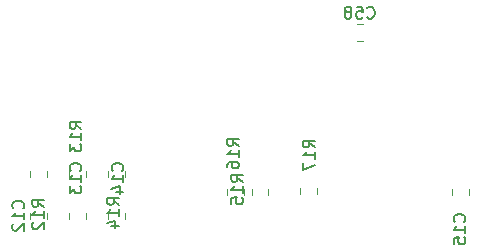
<source format=gbr>
G04 #@! TF.GenerationSoftware,KiCad,Pcbnew,5.1.9*
G04 #@! TF.CreationDate,2021-04-13T21:33:03+08:00*
G04 #@! TF.ProjectId,digital-amplifier2,64696769-7461-46c2-9d61-6d706c696669,rev?*
G04 #@! TF.SameCoordinates,Original*
G04 #@! TF.FileFunction,Legend,Bot*
G04 #@! TF.FilePolarity,Positive*
%FSLAX46Y46*%
G04 Gerber Fmt 4.6, Leading zero omitted, Abs format (unit mm)*
G04 Created by KiCad (PCBNEW 5.1.9) date 2021-04-13 21:33:03*
%MOMM*%
%LPD*%
G01*
G04 APERTURE LIST*
%ADD10C,0.120000*%
%ADD11C,0.150000*%
G04 APERTURE END LIST*
D10*
X98579000Y-141343748D02*
X98579000Y-141866252D01*
X100049000Y-141343748D02*
X100049000Y-141866252D01*
X126750578Y-125401000D02*
X126233422Y-125401000D01*
X126750578Y-126821000D02*
X126233422Y-126821000D01*
X121464000Y-139768078D02*
X121464000Y-139250922D01*
X122884000Y-139768078D02*
X122884000Y-139250922D01*
X101906000Y-141346422D02*
X101906000Y-141863578D01*
X103326000Y-141346422D02*
X103326000Y-141863578D01*
X135711000Y-139831578D02*
X135711000Y-139314422D01*
X134291000Y-139831578D02*
X134291000Y-139314422D01*
X106628000Y-141346422D02*
X106628000Y-141863578D01*
X105208000Y-141346422D02*
X105208000Y-141863578D01*
X100024000Y-137790422D02*
X100024000Y-138307578D01*
X98604000Y-137790422D02*
X98604000Y-138307578D01*
X101906000Y-137790422D02*
X101906000Y-138307578D01*
X103326000Y-137790422D02*
X103326000Y-138307578D01*
X106628000Y-137790422D02*
X106628000Y-138307578D01*
X105208000Y-137790422D02*
X105208000Y-138307578D01*
X118756500Y-139831578D02*
X118756500Y-139314422D01*
X117336500Y-139831578D02*
X117336500Y-139314422D01*
X115241000Y-139831578D02*
X115241000Y-139314422D01*
X116661000Y-139831578D02*
X116661000Y-139314422D01*
D11*
X97991142Y-140962142D02*
X98038761Y-140914523D01*
X98086380Y-140771666D01*
X98086380Y-140676428D01*
X98038761Y-140533571D01*
X97943523Y-140438333D01*
X97848285Y-140390714D01*
X97657809Y-140343095D01*
X97514952Y-140343095D01*
X97324476Y-140390714D01*
X97229238Y-140438333D01*
X97134000Y-140533571D01*
X97086380Y-140676428D01*
X97086380Y-140771666D01*
X97134000Y-140914523D01*
X97181619Y-140962142D01*
X98086380Y-141914523D02*
X98086380Y-141343095D01*
X98086380Y-141628809D02*
X97086380Y-141628809D01*
X97229238Y-141533571D01*
X97324476Y-141438333D01*
X97372095Y-141343095D01*
X97181619Y-142295476D02*
X97134000Y-142343095D01*
X97086380Y-142438333D01*
X97086380Y-142676428D01*
X97134000Y-142771666D01*
X97181619Y-142819285D01*
X97276857Y-142866904D01*
X97372095Y-142866904D01*
X97514952Y-142819285D01*
X98086380Y-142247857D01*
X98086380Y-142866904D01*
X127134857Y-124818142D02*
X127182476Y-124865761D01*
X127325333Y-124913380D01*
X127420571Y-124913380D01*
X127563428Y-124865761D01*
X127658666Y-124770523D01*
X127706285Y-124675285D01*
X127753904Y-124484809D01*
X127753904Y-124341952D01*
X127706285Y-124151476D01*
X127658666Y-124056238D01*
X127563428Y-123961000D01*
X127420571Y-123913380D01*
X127325333Y-123913380D01*
X127182476Y-123961000D01*
X127134857Y-124008619D01*
X126230095Y-123913380D02*
X126706285Y-123913380D01*
X126753904Y-124389571D01*
X126706285Y-124341952D01*
X126611047Y-124294333D01*
X126372952Y-124294333D01*
X126277714Y-124341952D01*
X126230095Y-124389571D01*
X126182476Y-124484809D01*
X126182476Y-124722904D01*
X126230095Y-124818142D01*
X126277714Y-124865761D01*
X126372952Y-124913380D01*
X126611047Y-124913380D01*
X126706285Y-124865761D01*
X126753904Y-124818142D01*
X125611047Y-124341952D02*
X125706285Y-124294333D01*
X125753904Y-124246714D01*
X125801523Y-124151476D01*
X125801523Y-124103857D01*
X125753904Y-124008619D01*
X125706285Y-123961000D01*
X125611047Y-123913380D01*
X125420571Y-123913380D01*
X125325333Y-123961000D01*
X125277714Y-124008619D01*
X125230095Y-124103857D01*
X125230095Y-124151476D01*
X125277714Y-124246714D01*
X125325333Y-124294333D01*
X125420571Y-124341952D01*
X125611047Y-124341952D01*
X125706285Y-124389571D01*
X125753904Y-124437190D01*
X125801523Y-124532428D01*
X125801523Y-124722904D01*
X125753904Y-124818142D01*
X125706285Y-124865761D01*
X125611047Y-124913380D01*
X125420571Y-124913380D01*
X125325333Y-124865761D01*
X125277714Y-124818142D01*
X125230095Y-124722904D01*
X125230095Y-124532428D01*
X125277714Y-124437190D01*
X125325333Y-124389571D01*
X125420571Y-124341952D01*
X122689880Y-135818642D02*
X122213690Y-135485309D01*
X122689880Y-135247214D02*
X121689880Y-135247214D01*
X121689880Y-135628166D01*
X121737500Y-135723404D01*
X121785119Y-135771023D01*
X121880357Y-135818642D01*
X122023214Y-135818642D01*
X122118452Y-135771023D01*
X122166071Y-135723404D01*
X122213690Y-135628166D01*
X122213690Y-135247214D01*
X122689880Y-136771023D02*
X122689880Y-136199595D01*
X122689880Y-136485309D02*
X121689880Y-136485309D01*
X121832738Y-136390071D01*
X121927976Y-136294833D01*
X121975595Y-136199595D01*
X121689880Y-137104357D02*
X121689880Y-137771023D01*
X122689880Y-137342452D01*
X102846142Y-137787142D02*
X102893761Y-137739523D01*
X102941380Y-137596666D01*
X102941380Y-137501428D01*
X102893761Y-137358571D01*
X102798523Y-137263333D01*
X102703285Y-137215714D01*
X102512809Y-137168095D01*
X102369952Y-137168095D01*
X102179476Y-137215714D01*
X102084238Y-137263333D01*
X101989000Y-137358571D01*
X101941380Y-137501428D01*
X101941380Y-137596666D01*
X101989000Y-137739523D01*
X102036619Y-137787142D01*
X102941380Y-138739523D02*
X102941380Y-138168095D01*
X102941380Y-138453809D02*
X101941380Y-138453809D01*
X102084238Y-138358571D01*
X102179476Y-138263333D01*
X102227095Y-138168095D01*
X101941380Y-139072857D02*
X101941380Y-139691904D01*
X102322333Y-139358571D01*
X102322333Y-139501428D01*
X102369952Y-139596666D01*
X102417571Y-139644285D01*
X102512809Y-139691904D01*
X102750904Y-139691904D01*
X102846142Y-139644285D01*
X102893761Y-139596666D01*
X102941380Y-139501428D01*
X102941380Y-139215714D01*
X102893761Y-139120476D01*
X102846142Y-139072857D01*
X135358142Y-142105142D02*
X135405761Y-142057523D01*
X135453380Y-141914666D01*
X135453380Y-141819428D01*
X135405761Y-141676571D01*
X135310523Y-141581333D01*
X135215285Y-141533714D01*
X135024809Y-141486095D01*
X134881952Y-141486095D01*
X134691476Y-141533714D01*
X134596238Y-141581333D01*
X134501000Y-141676571D01*
X134453380Y-141819428D01*
X134453380Y-141914666D01*
X134501000Y-142057523D01*
X134548619Y-142105142D01*
X135453380Y-143057523D02*
X135453380Y-142486095D01*
X135453380Y-142771809D02*
X134453380Y-142771809D01*
X134596238Y-142676571D01*
X134691476Y-142581333D01*
X134739095Y-142486095D01*
X134453380Y-143962285D02*
X134453380Y-143486095D01*
X134929571Y-143438476D01*
X134881952Y-143486095D01*
X134834333Y-143581333D01*
X134834333Y-143819428D01*
X134881952Y-143914666D01*
X134929571Y-143962285D01*
X135024809Y-144009904D01*
X135262904Y-144009904D01*
X135358142Y-143962285D01*
X135405761Y-143914666D01*
X135453380Y-143819428D01*
X135453380Y-143581333D01*
X135405761Y-143486095D01*
X135358142Y-143438476D01*
X106402142Y-137787142D02*
X106449761Y-137739523D01*
X106497380Y-137596666D01*
X106497380Y-137501428D01*
X106449761Y-137358571D01*
X106354523Y-137263333D01*
X106259285Y-137215714D01*
X106068809Y-137168095D01*
X105925952Y-137168095D01*
X105735476Y-137215714D01*
X105640238Y-137263333D01*
X105545000Y-137358571D01*
X105497380Y-137501428D01*
X105497380Y-137596666D01*
X105545000Y-137739523D01*
X105592619Y-137787142D01*
X106497380Y-138739523D02*
X106497380Y-138168095D01*
X106497380Y-138453809D02*
X105497380Y-138453809D01*
X105640238Y-138358571D01*
X105735476Y-138263333D01*
X105783095Y-138168095D01*
X105830714Y-139596666D02*
X106497380Y-139596666D01*
X105449761Y-139358571D02*
X106164047Y-139120476D01*
X106164047Y-139739523D01*
X99766380Y-140835142D02*
X99290190Y-140501809D01*
X99766380Y-140263714D02*
X98766380Y-140263714D01*
X98766380Y-140644666D01*
X98814000Y-140739904D01*
X98861619Y-140787523D01*
X98956857Y-140835142D01*
X99099714Y-140835142D01*
X99194952Y-140787523D01*
X99242571Y-140739904D01*
X99290190Y-140644666D01*
X99290190Y-140263714D01*
X99766380Y-141787523D02*
X99766380Y-141216095D01*
X99766380Y-141501809D02*
X98766380Y-141501809D01*
X98909238Y-141406571D01*
X99004476Y-141311333D01*
X99052095Y-141216095D01*
X98861619Y-142168476D02*
X98814000Y-142216095D01*
X98766380Y-142311333D01*
X98766380Y-142549428D01*
X98814000Y-142644666D01*
X98861619Y-142692285D01*
X98956857Y-142739904D01*
X99052095Y-142739904D01*
X99194952Y-142692285D01*
X99766380Y-142120857D01*
X99766380Y-142739904D01*
X102941380Y-134231142D02*
X102465190Y-133897809D01*
X102941380Y-133659714D02*
X101941380Y-133659714D01*
X101941380Y-134040666D01*
X101989000Y-134135904D01*
X102036619Y-134183523D01*
X102131857Y-134231142D01*
X102274714Y-134231142D01*
X102369952Y-134183523D01*
X102417571Y-134135904D01*
X102465190Y-134040666D01*
X102465190Y-133659714D01*
X102941380Y-135183523D02*
X102941380Y-134612095D01*
X102941380Y-134897809D02*
X101941380Y-134897809D01*
X102084238Y-134802571D01*
X102179476Y-134707333D01*
X102227095Y-134612095D01*
X101941380Y-135516857D02*
X101941380Y-136135904D01*
X102322333Y-135802571D01*
X102322333Y-135945428D01*
X102369952Y-136040666D01*
X102417571Y-136088285D01*
X102512809Y-136135904D01*
X102750904Y-136135904D01*
X102846142Y-136088285D01*
X102893761Y-136040666D01*
X102941380Y-135945428D01*
X102941380Y-135659714D01*
X102893761Y-135564476D01*
X102846142Y-135516857D01*
X106141780Y-140682742D02*
X105665590Y-140349409D01*
X106141780Y-140111314D02*
X105141780Y-140111314D01*
X105141780Y-140492266D01*
X105189400Y-140587504D01*
X105237019Y-140635123D01*
X105332257Y-140682742D01*
X105475114Y-140682742D01*
X105570352Y-140635123D01*
X105617971Y-140587504D01*
X105665590Y-140492266D01*
X105665590Y-140111314D01*
X106141780Y-141635123D02*
X106141780Y-141063695D01*
X106141780Y-141349409D02*
X105141780Y-141349409D01*
X105284638Y-141254171D01*
X105379876Y-141158933D01*
X105427495Y-141063695D01*
X105475114Y-142492266D02*
X106141780Y-142492266D01*
X105094161Y-142254171D02*
X105808447Y-142016076D01*
X105808447Y-142635123D01*
X116619280Y-138726942D02*
X116143090Y-138393609D01*
X116619280Y-138155514D02*
X115619280Y-138155514D01*
X115619280Y-138536466D01*
X115666900Y-138631704D01*
X115714519Y-138679323D01*
X115809757Y-138726942D01*
X115952614Y-138726942D01*
X116047852Y-138679323D01*
X116095471Y-138631704D01*
X116143090Y-138536466D01*
X116143090Y-138155514D01*
X116619280Y-139679323D02*
X116619280Y-139107895D01*
X116619280Y-139393609D02*
X115619280Y-139393609D01*
X115762138Y-139298371D01*
X115857376Y-139203133D01*
X115904995Y-139107895D01*
X115619280Y-140584085D02*
X115619280Y-140107895D01*
X116095471Y-140060276D01*
X116047852Y-140107895D01*
X116000233Y-140203133D01*
X116000233Y-140441228D01*
X116047852Y-140536466D01*
X116095471Y-140584085D01*
X116190709Y-140631704D01*
X116428804Y-140631704D01*
X116524042Y-140584085D01*
X116571661Y-140536466D01*
X116619280Y-140441228D01*
X116619280Y-140203133D01*
X116571661Y-140107895D01*
X116524042Y-140060276D01*
X116276380Y-135691642D02*
X115800190Y-135358309D01*
X116276380Y-135120214D02*
X115276380Y-135120214D01*
X115276380Y-135501166D01*
X115324000Y-135596404D01*
X115371619Y-135644023D01*
X115466857Y-135691642D01*
X115609714Y-135691642D01*
X115704952Y-135644023D01*
X115752571Y-135596404D01*
X115800190Y-135501166D01*
X115800190Y-135120214D01*
X116276380Y-136644023D02*
X116276380Y-136072595D01*
X116276380Y-136358309D02*
X115276380Y-136358309D01*
X115419238Y-136263071D01*
X115514476Y-136167833D01*
X115562095Y-136072595D01*
X115276380Y-137501166D02*
X115276380Y-137310690D01*
X115324000Y-137215452D01*
X115371619Y-137167833D01*
X115514476Y-137072595D01*
X115704952Y-137024976D01*
X116085904Y-137024976D01*
X116181142Y-137072595D01*
X116228761Y-137120214D01*
X116276380Y-137215452D01*
X116276380Y-137405928D01*
X116228761Y-137501166D01*
X116181142Y-137548785D01*
X116085904Y-137596404D01*
X115847809Y-137596404D01*
X115752571Y-137548785D01*
X115704952Y-137501166D01*
X115657333Y-137405928D01*
X115657333Y-137215452D01*
X115704952Y-137120214D01*
X115752571Y-137072595D01*
X115847809Y-137024976D01*
M02*

</source>
